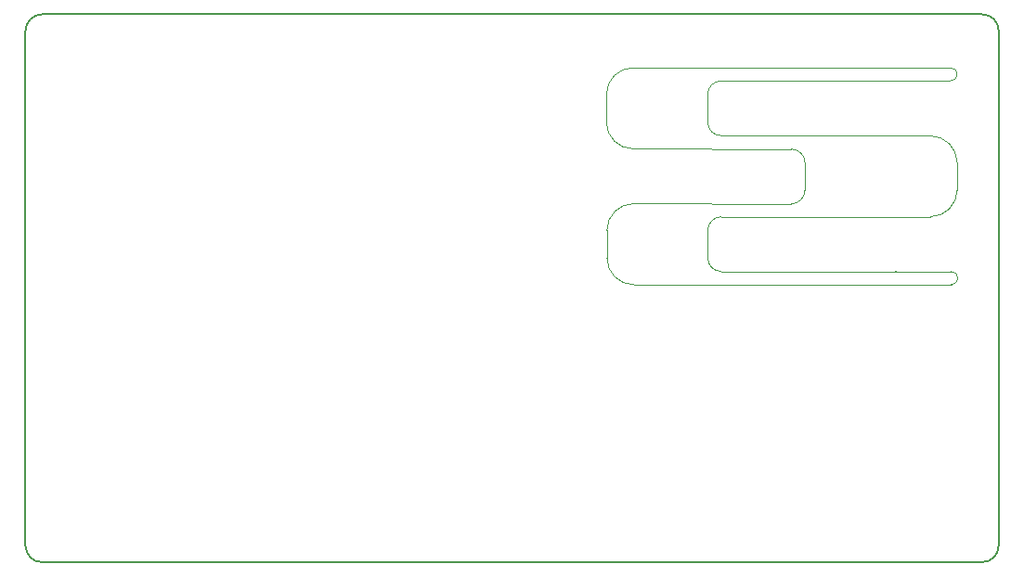
<source format=gbr>
%TF.GenerationSoftware,KiCad,Pcbnew,7.0.7*%
%TF.CreationDate,2025-03-26T12:31:57-04:00*%
%TF.ProjectId,stm_business_card2,73746d5f-6275-4736-996e-6573735f6361,rev?*%
%TF.SameCoordinates,Original*%
%TF.FileFunction,Profile,NP*%
%FSLAX46Y46*%
G04 Gerber Fmt 4.6, Leading zero omitted, Abs format (unit mm)*
G04 Created by KiCad (PCBNEW 7.0.7) date 2025-03-26 12:31:57*
%MOMM*%
%LPD*%
G01*
G04 APERTURE LIST*
%TA.AperFunction,Profile*%
%ADD10C,0.200000*%
%TD*%
%TA.AperFunction,Profile*%
%ADD11C,0.050000*%
%TD*%
G04 APERTURE END LIST*
D10*
X24500000Y-18800000D02*
G75*
G03*
X23000000Y-20300000I0J-1500000D01*
G01*
D11*
X102371600Y-42249400D02*
X102271595Y-42249400D01*
D10*
X111750000Y-20300000D02*
X111750000Y-67300000D01*
X24500000Y-18800000D02*
X110250000Y-18800000D01*
X23000000Y-20300000D02*
X23000000Y-67300000D01*
X23000000Y-67300000D02*
G75*
G03*
X24500000Y-68800000I1500000J0D01*
G01*
X110250000Y-68800000D02*
G75*
G03*
X111750000Y-67300000I0J1500000D01*
G01*
X110250000Y-68800000D02*
X24500000Y-68800000D01*
X111750000Y-20300000D02*
G75*
G03*
X110250000Y-18800000I-1500000J0D01*
G01*
D11*
%TO.C,J1*%
X75972400Y-28626400D02*
X75972400Y-26126400D01*
X76022400Y-41026400D02*
X76022400Y-38526400D01*
X78422400Y-23676400D02*
X101972400Y-23676400D01*
X78422400Y-31076400D02*
X92835446Y-31093988D01*
X78472400Y-36076400D02*
X92835446Y-36093988D01*
X85209449Y-28626395D02*
X85209449Y-26126395D01*
X85222401Y-41026400D02*
X85222401Y-38526400D01*
X86459449Y-24876395D02*
X102172400Y-24876398D01*
X86472400Y-37276397D02*
X101972400Y-37276400D01*
X94085446Y-32326400D02*
X94085446Y-34826400D01*
X101922395Y-42276400D02*
X86472400Y-42276403D01*
X101972400Y-23676400D02*
X107372400Y-23676400D01*
X101972400Y-29876398D02*
X86459449Y-29876401D01*
X101972400Y-29876400D02*
X105514988Y-29883812D01*
X101972400Y-37276400D02*
X105522400Y-37276400D01*
X102022400Y-43476400D02*
X78472400Y-43476400D01*
X107322400Y-24876400D02*
X101922400Y-24876400D01*
X107422400Y-42276400D02*
X101922395Y-42276400D01*
X107422400Y-43476400D02*
X102022400Y-43476400D01*
X107964988Y-32333812D02*
X107972400Y-34826400D01*
X78422400Y-23676400D02*
G75*
G03*
X75972400Y-26126400I-1J-2449999D01*
G01*
X78472400Y-36076400D02*
G75*
G03*
X76022400Y-38526400I-1J-2449999D01*
G01*
X75972400Y-28626400D02*
G75*
G03*
X78422400Y-31076400I2449999J-1D01*
G01*
X76022400Y-41026400D02*
G75*
G03*
X78472400Y-43476400I2449999J-1D01*
G01*
X86459449Y-24876395D02*
G75*
G03*
X85209449Y-26126395I2J-1250002D01*
G01*
X86472398Y-37276397D02*
G75*
G03*
X85222398Y-38526397I2J-1250002D01*
G01*
X85209449Y-28626401D02*
G75*
G03*
X86459449Y-29876401I1250002J2D01*
G01*
X85222398Y-41026403D02*
G75*
G03*
X86472398Y-42276403I1250002J2D01*
G01*
X94085446Y-32343988D02*
G75*
G03*
X92835446Y-31093988I-1249998J2D01*
G01*
X92835446Y-36093988D02*
G75*
G03*
X94085446Y-34843988I-2J1250002D01*
G01*
X107964988Y-32333812D02*
G75*
G03*
X105514988Y-29883812I-2449998J2D01*
G01*
X107372400Y-24876400D02*
G75*
G03*
X107372400Y-23676400I0J600000D01*
G01*
X107422400Y-43476400D02*
G75*
G03*
X107422400Y-42276400I0J600000D01*
G01*
X105522400Y-37276400D02*
G75*
G03*
X107972400Y-34826400I0J2450000D01*
G01*
%TD*%
M02*

</source>
